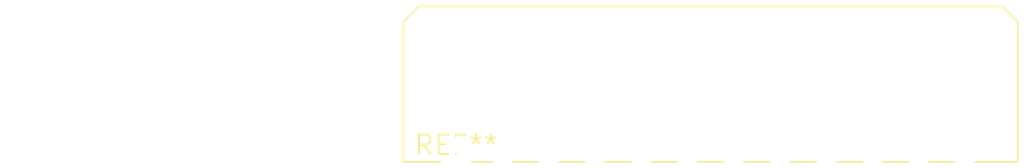
<source format=kicad_pcb>
(kicad_pcb (version 20240108) (generator pcbnew)
  (layers (0 "F.Cu" signal) (31 "B.Cu" signal) (34 "B.Paste" user) (35 "F.Paste" user) (36 "B.SilkS" user "B.Silkscreen") (37 "F.SilkS" user "F.Silkscreen") (38 "B.Mask" user) (39 "F.Mask" user) (44 "Edge.Cuts" user))
  (net 0 "")
  (footprint "Molex_Micro-Fit_3.0_43650-1200_1x12_P3.00mm_Horizontal" (layer "F.Cu") (at 0 0)
    (property "Reference" "REF**")
    (property "Value" "Molex_Micro-Fit_3.0_43650-1200_1x12_P3.00mm_Horizontal")
    (fp_line (start -3.435 -8.03) (end -2.435 -9.03) (layer "F.SilkS") (stroke (width 0.12)))
    (fp_line (start -3.435 1.09) (end -3.435 -8.03) (layer "F.SilkS") (stroke (width 0.12)))
    (fp_line (start -3.435 1.09) (end -1.01 1.09) (layer "F.SilkS") (stroke (width 0.12)))
    (fp_line (start -2.435 -9.03) (end 35.435 -9.03) (layer "F.SilkS") (stroke (width 0.12)))
    (fp_line (start 1.01 1.09) (end 2.348233 1.09) (layer "F.SilkS") (stroke (width 0.12)))
    (fp_line (start 3.651767 1.09) (end 5.348233 1.09) (layer "F.SilkS") (stroke (width 0.12)))
    (fp_line (start 6.651767 1.09) (end 8.348233 1.09) (layer "F.SilkS") (stroke (width 0.12)))
    (fp_line (start 9.651767 1.09) (end 11.348233 1.09) (layer "F.SilkS") (stroke (width 0.12)))
    (fp_line (start 12.651767 1.09) (end 14.348233 1.09) (layer "F.SilkS") (stroke (width 0.12)))
    (fp_line (start 15.651767 1.09) (end 17.348233 1.09) (layer "F.SilkS") (stroke (width 0.12)))
    (fp_line (start 18.651767 1.09) (end 20.348233 1.09) (layer "F.SilkS") (stroke (width 0.12)))
    (fp_line (start 21.651767 1.09) (end 23.348233 1.09) (layer "F.SilkS") (stroke (width 0.12)))
    (fp_line (start 24.651767 1.09) (end 26.348233 1.09) (layer "F.SilkS") (stroke (width 0.12)))
    (fp_line (start 27.651767 1.09) (end 29.348233 1.09) (layer "F.SilkS") (stroke (width 0.12)))
    (fp_line (start 30.651767 1.09) (end 32.348233 1.09) (layer "F.SilkS") (stroke (width 0.12)))
    (fp_line (start 35.435 -9.03) (end 36.435 -8.03) (layer "F.SilkS") (stroke (width 0.12)))
    (fp_line (start 36.435 -8.03) (end 36.435 1.09) (layer "F.SilkS") (stroke (width 0.12)))
    (fp_line (start 36.435 1.09) (end 33.651767 1.09) (layer "F.SilkS") (stroke (width 0.12)))
    (pad "" np_thru_hole circle (at 2.15 -4.32) (size 3 3) (drill 3) (layers *.Cu *.Mask))
    (pad "" np_thru_hole circle (at 30.85 -4.32) (size 3 3) (drill 3) (layers *.Cu *.Mask))
    (pad "1" thru_hole roundrect (at 0 0) (size 1.5 2.02) (drill 1.02) (layers *.Cu *.Mask) (remove_unused_layers) (roundrect_rratio 0.166667))
    (pad "2" thru_hole oval (at 3 0) (size 1.5 2.02) (drill 1.02) (layers *.Cu *.Mask) (remove_unused_layers))
    (pad "3" thru_hole oval (at 6 0) (size 1.5 2.02) (drill 1.02) (layers *.Cu *.Mask) (remove_unused_layers))
    (pad "4" thru_hole oval (at 9 0) (size 1.5 2.02) (drill 1.02) (layers *.Cu *.Mask) (remove_unused_layers))
    (pad "5" thru_hole oval (at 12 0) (size 1.5 2.02) (drill 1.02) (layers *.Cu *.Mask) (remove_unused_layers))
    (pad "6" thru_hole oval (at 15 0) (size 1.5 2.02) (drill 1.02) (layers *.Cu *.Mask) (remove_unused_layers))
    (pad "7" thru_hole oval (at 18 0) (size 1.5 2.02) (drill 1.02) (layers *.Cu *.Mask) (remove_unused_layers))
    (pad "8" thru_hole oval (at 21 0) (size 1.5 2.02) (drill 1.02) (layers *.Cu *.Mask) (remove_unused_layers))
    (pad "9" thru_hole oval (at 24 0) (size 1.5 2.02) (drill 1.02) (layers *.Cu *.Mask) (remove_unused_layers))
    (pad "10" thru_hole oval (at 27 0) (size 1.5 2.02) (drill 1.02) (layers *.Cu *.Mask) (remove_unused_layers))
    (pad "11" thru_hole oval (at 30 0) (size 1.5 2.02) (drill 1.02) (layers *.Cu *.Mask) (remove_unused_layers))
    (pad "12" thru_hole oval (at 33 0) (size 1.5 2.02) (drill 1.02) (layers *.Cu *.Mask) (remove_unused_layers))
  )
)
</source>
